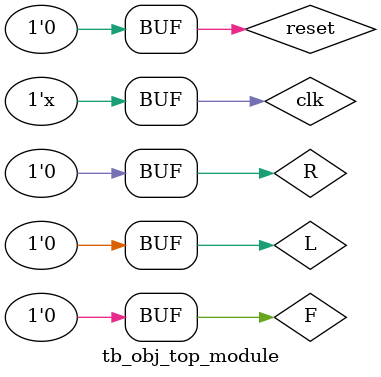
<source format=v>
module tb_obj_top_module;

    // Inputs
    reg clk;
    reg reset;
    reg L;
    reg R;
    reg F;

    // Outputs
    wire left_object_detected;
    wire right_object_detected;
    wire front_object_detected;

    // Instantiate the Unit Under Test (UUT)
    obj_top_module uut (
        .clk(clk),
        .reset(reset),
        .L(L),
        .R(R),
        .F(F),
        .left_object_detected(left_object_detected),
        .right_object_detected(right_object_detected),
        .front_object_detected(front_object_detected)
    );

    // Clock generation
    always #5 clk = ~clk;  // 100MHz clock

    // Test stimulus
    initial begin
        // Initialize inputs
        clk = 0;
        reset = 1;
        L = 0;
        R = 0;
        F = 0;

        // Wait for global reset
        #100;
        reset = 0;
        #20;

        // Test case 1: No object
        #10 {L, R, F} = 3'b000;
        #20;

        // Test case 2: Left object
        #10 {L, R, F} = 3'b100;
        #20;

        // Test case 3: Right object
        #10 {L, R, F} = 3'b010;
        #20;

        // Test case 4: Front object
        #10 {L, R, F} = 3'b001;
        #20;

        // Test case 5: Left and Right objects
        #10 {L, R, F} = 3'b110;
        #20;

        // Test case 6: Left and Front objects
        #10 {L, R, F} = 3'b101;
        #20;

        // Test case 7: Right and Front objects
        #10 {L, R, F} = 3'b011;
        #20;

        // Test case 8: All objects
        #10 {L, R, F} = 3'b111;
        #20;

        // Test case 9: Return to no object
        #10 {L, R, F} = 3'b000;
        #20;

        // End simulation
  
    end

    // Monitor changes
    initial begin
        $monitor("Time=%0t, Reset=%b, L=%b, R=%b, F=%b, Left_Det=%b, Right_Det=%b, Front_Det=%b",
                 $time, reset, L, R, F, left_object_detected, right_object_detected, front_object_detected);
    end

endmodule
</source>
